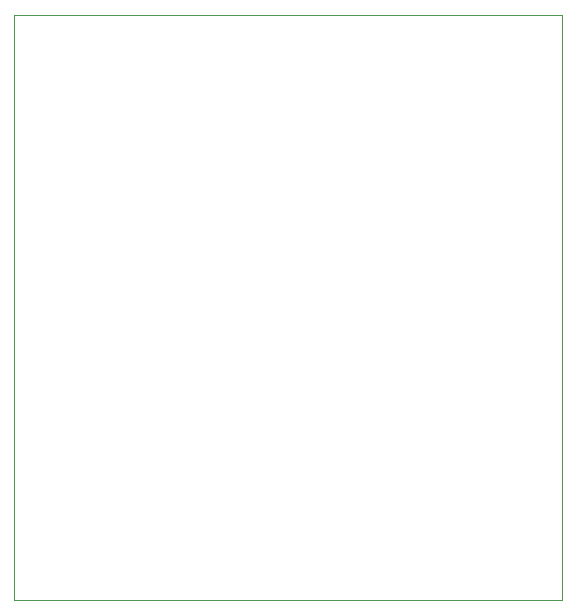
<source format=gbr>
%TF.GenerationSoftware,KiCad,Pcbnew,7.0.8*%
%TF.CreationDate,2023-10-24T07:18:53+02:00*%
%TF.ProjectId,convertisseur-video-atari-2600-secam-kit,636f6e76-6572-4746-9973-736575722d76,rev?*%
%TF.SameCoordinates,Original*%
%TF.FileFunction,Profile,NP*%
%FSLAX46Y46*%
G04 Gerber Fmt 4.6, Leading zero omitted, Abs format (unit mm)*
G04 Created by KiCad (PCBNEW 7.0.8) date 2023-10-24 07:18:53*
%MOMM*%
%LPD*%
G01*
G04 APERTURE LIST*
%TA.AperFunction,Profile*%
%ADD10C,0.100000*%
%TD*%
G04 APERTURE END LIST*
D10*
X126365000Y-76200000D02*
X80010000Y-76200000D01*
X80010000Y-76200000D02*
X80010000Y-125730000D01*
X126365000Y-76200000D02*
X126365000Y-125730000D01*
X126365000Y-125730000D02*
X80010000Y-125730000D01*
M02*

</source>
